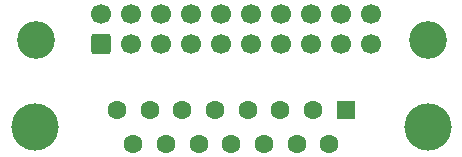
<source format=gbs>
G04 #@! TF.GenerationSoftware,KiCad,Pcbnew,8.0.5*
G04 #@! TF.CreationDate,2024-10-24T17:48:12+02:00*
G04 #@! TF.ProjectId,parallel_adapter,70617261-6c6c-4656-9c5f-616461707465,rev?*
G04 #@! TF.SameCoordinates,Original*
G04 #@! TF.FileFunction,Soldermask,Bot*
G04 #@! TF.FilePolarity,Negative*
%FSLAX46Y46*%
G04 Gerber Fmt 4.6, Leading zero omitted, Abs format (unit mm)*
G04 Created by KiCad (PCBNEW 8.0.5) date 2024-10-24 17:48:12*
%MOMM*%
%LPD*%
G01*
G04 APERTURE LIST*
G04 Aperture macros list*
%AMRoundRect*
0 Rectangle with rounded corners*
0 $1 Rounding radius*
0 $2 $3 $4 $5 $6 $7 $8 $9 X,Y pos of 4 corners*
0 Add a 4 corners polygon primitive as box body*
4,1,4,$2,$3,$4,$5,$6,$7,$8,$9,$2,$3,0*
0 Add four circle primitives for the rounded corners*
1,1,$1+$1,$2,$3*
1,1,$1+$1,$4,$5*
1,1,$1+$1,$6,$7*
1,1,$1+$1,$8,$9*
0 Add four rect primitives between the rounded corners*
20,1,$1+$1,$2,$3,$4,$5,0*
20,1,$1+$1,$4,$5,$6,$7,0*
20,1,$1+$1,$6,$7,$8,$9,0*
20,1,$1+$1,$8,$9,$2,$3,0*%
G04 Aperture macros list end*
%ADD10C,3.200000*%
%ADD11RoundRect,0.250000X0.600000X-0.600000X0.600000X0.600000X-0.600000X0.600000X-0.600000X-0.600000X0*%
%ADD12C,1.700000*%
%ADD13C,4.000000*%
%ADD14R,1.600000X1.600000*%
%ADD15C,1.600000*%
G04 APERTURE END LIST*
D10*
X133600000Y-82200000D03*
X166800000Y-82200000D03*
D11*
X139080000Y-82540000D03*
D12*
X139080000Y-80000000D03*
X141620000Y-82540000D03*
X141620000Y-80000000D03*
X144160000Y-82540000D03*
X144160000Y-80000000D03*
X146700000Y-82540000D03*
X146700000Y-80000000D03*
X149240000Y-82540000D03*
X149240000Y-80000000D03*
X151780000Y-82540000D03*
X151780000Y-80000000D03*
X154320000Y-82540000D03*
X154320000Y-80000000D03*
X156860000Y-82540000D03*
X156860000Y-80000000D03*
X159400000Y-82540000D03*
X159400000Y-80000000D03*
X161940000Y-82540000D03*
X161940000Y-80000000D03*
D13*
X133500000Y-89600000D03*
X166800000Y-89600000D03*
D14*
X159845000Y-88180000D03*
D15*
X157075000Y-88180000D03*
X154305000Y-88180000D03*
X151535000Y-88180000D03*
X148765000Y-88180000D03*
X145995000Y-88180000D03*
X143225000Y-88180000D03*
X140455000Y-88180000D03*
X158460000Y-91020000D03*
X155690000Y-91020000D03*
X152920000Y-91020000D03*
X150150000Y-91020000D03*
X147380000Y-91020000D03*
X144610000Y-91020000D03*
X141840000Y-91020000D03*
M02*

</source>
